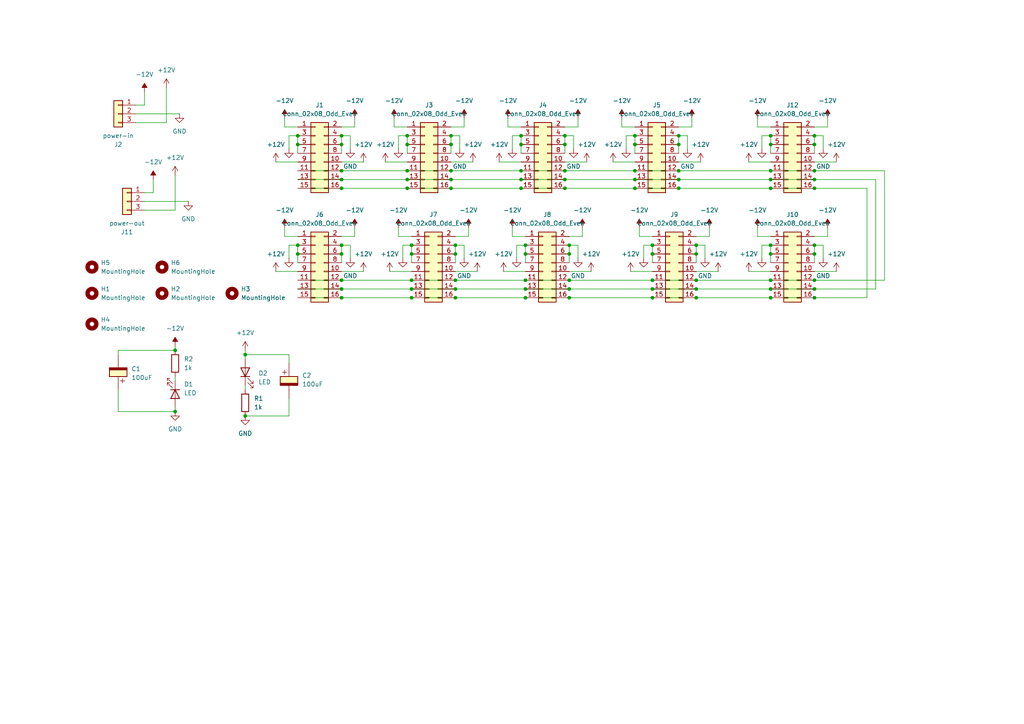
<source format=kicad_sch>
(kicad_sch (version 20230121) (generator eeschema)
  (paper "A4")
  (lib_symbols
    (symbol "Connector_Generic:Conn_01x03" (pin_names (offset 1.016) hide)
      (property "Reference" "J" (at 0 5.08 0))
      (property "Value" "Conn_01x03" (at 0 -5.08 0))
      (symbol "Conn_01x03_1_1"
        (rectangle (start -1.27 -2.413) (end 0 -2.667) (stroke (width 0.1524)))
        (rectangle (start -1.27 0.127) (end 0 -0.127) (stroke (width 0.1524)))
        (rectangle (start -1.27 2.667) (end 0 2.413) (stroke (width 0.1524)))
        (rectangle (start -1.27 3.81) (end 1.27 -3.81) (stroke (width 0.254)) (fill (type background)))
        (pin passive line (at -5.08 2.54 0) (length 3.81) (name "Pin_1") (number "1"))
        (pin passive line (at -5.08 0 0) (length 3.81) (name "Pin_2") (number "2"))
        (pin passive line (at -5.08 -2.54 0) (length 3.81) (name "Pin_3") (number "3"))
      )
    )
    (symbol "Connector_Generic:Conn_02x08_Odd_Even" (pin_names (offset 1.016) hide)
      (property "Reference" "J" (at 1.27 10.16 0))
      (property "Value" "Conn_02x08_Odd_Even" (at 1.27 -12.7 0))
      (symbol "Conn_02x08_Odd_Even_1_1"
        (rectangle (start -1.27 -10.033) (end 0 -10.287) (stroke (width 0.1524)))
        (rectangle (start -1.27 -7.493) (end 0 -7.747) (stroke (width 0.1524)))
        (rectangle (start -1.27 -4.953) (end 0 -5.207) (stroke (width 0.1524)))
        (rectangle (start -1.27 -2.413) (end 0 -2.667) (stroke (width 0.1524)))
        (rectangle (start -1.27 0.127) (end 0 -0.127) (stroke (width 0.1524)))
        (rectangle (start -1.27 2.667) (end 0 2.413) (stroke (width 0.1524)))
        (rectangle (start -1.27 5.207) (end 0 4.953) (stroke (width 0.1524)))
        (rectangle (start -1.27 7.747) (end 0 7.493) (stroke (width 0.1524)))
        (rectangle (start -1.27 8.89) (end 3.81 -11.43) (stroke (width 0.254)) (fill (type background)))
        (rectangle (start 3.81 -10.033) (end 2.54 -10.287) (stroke (width 0.1524)))
        (rectangle (start 3.81 -7.493) (end 2.54 -7.747) (stroke (width 0.1524)))
        (rectangle (start 3.81 -4.953) (end 2.54 -5.207) (stroke (width 0.1524)))
        (rectangle (start 3.81 -2.413) (end 2.54 -2.667) (stroke (width 0.1524)))
        (rectangle (start 3.81 0.127) (end 2.54 -0.127) (stroke (width 0.1524)))
        (rectangle (start 3.81 2.667) (end 2.54 2.413) (stroke (width 0.1524)))
        (rectangle (start 3.81 5.207) (end 2.54 4.953) (stroke (width 0.1524)))
        (rectangle (start 3.81 7.747) (end 2.54 7.493) (stroke (width 0.1524)))
        (pin passive line (at -5.08 7.62 0) (length 3.81) (name "Pin_1") (number "1"))
        (pin passive line (at 7.62 -2.54 180) (length 3.81) (name "Pin_10") (number "10"))
        (pin passive line (at -5.08 -5.08 0) (length 3.81) (name "Pin_11") (number "11"))
        (pin passive line (at 7.62 -5.08 180) (length 3.81) (name "Pin_12") (number "12"))
        (pin passive line (at -5.08 -7.62 0) (length 3.81) (name "Pin_13") (number "13"))
        (pin passive line (at 7.62 -7.62 180) (length 3.81) (name "Pin_14") (number "14"))
        (pin passive line (at -5.08 -10.16 0) (length 3.81) (name "Pin_15") (number "15"))
        (pin passive line (at 7.62 -10.16 180) (length 3.81) (name "Pin_16") (number "16"))
        (pin passive line (at 7.62 7.62 180) (length 3.81) (name "Pin_2") (number "2"))
        (pin passive line (at -5.08 5.08 0) (length 3.81) (name "Pin_3") (number "3"))
        (pin passive line (at 7.62 5.08 180) (length 3.81) (name "Pin_4") (number "4"))
        (pin passive line (at -5.08 2.54 0) (length 3.81) (name "Pin_5") (number "5"))
        (pin passive line (at 7.62 2.54 180) (length 3.81) (name "Pin_6") (number "6"))
        (pin passive line (at -5.08 0 0) (length 3.81) (name "Pin_7") (number "7"))
        (pin passive line (at 7.62 0 180) (length 3.81) (name "Pin_8") (number "8"))
        (pin passive line (at -5.08 -2.54 0) (length 3.81) (name "Pin_9") (number "9"))
      )
    )
    (symbol "Device:LED" (pin_numbers hide) (pin_names (offset 1.016) hide)
      (property "Reference" "D" (at 0 2.54 0))
      (property "Value" "LED" (at 0 -2.54 0))
      (symbol "LED_0_1"
        (polyline (pts (xy -1.27 -1.27) (xy -1.27 1.27)) (stroke (width 0.254)))
        (polyline (pts (xy -1.27 0) (xy 1.27 0)))
        (polyline (pts (xy 1.27 -1.27) (xy 1.27 1.27) (xy -1.27 0) (xy 1.27 -1.27)) (stroke (width 0.254)))
        (polyline (pts (xy -3.048 -0.762) (xy -4.572 -2.286) (xy -3.81 -2.286) (xy -4.572 -2.286) (xy -4.572 -1.524)))
        (polyline (pts (xy -1.778 -0.762) (xy -3.302 -2.286) (xy -2.54 -2.286) (xy -3.302 -2.286) (xy -3.302 -1.524)))
      )
      (symbol "LED_1_1"
        (pin passive line (at -3.81 0 0) (length 2.54) (name "K") (number "1"))
        (pin passive line (at 3.81 0 180) (length 2.54) (name "A") (number "2"))
      )
    )
    (symbol "Device:R" (pin_numbers hide) (pin_names (offset 0))
      (property "Reference" "R" (at 2.032 0 90))
      (property "Value" "R" (at 0 0 90))
      (symbol "R_0_1"
        (rectangle (start -1.016 -2.54) (end 1.016 2.54) (stroke (width 0.254)))
      )
      (symbol "R_1_1"
        (pin passive line (at 0 3.81 270) (length 1.27) (name "~") (number "1"))
        (pin passive line (at 0 -3.81 90) (length 1.27) (name "~") (number "2"))
      )
    )
    (symbol "Mechanical:MountingHole" (pin_names (offset 1.016))
      (property "Reference" "H" (at 0 5.08 0))
      (property "Value" "MountingHole" (at 0 3.175 0))
      (symbol "MountingHole_0_1"
        (circle (center 0 0) (radius 1.27) (stroke (width 1.27)))
      )
    )
    (symbol "fab:CP_Elec_D6.3mm_H6.1mm" (pin_numbers hide)
      (property "Reference" "C" (at 1.27 2.54 0))
      (property "Value" "CP_Elec_D6.3mm_H6.1mm" (at 1.27 -2.54 0))
      (symbol "CP_Elec_D6.3mm_H6.1mm_0_1"
        (rectangle (start -2.54 -0.635) (end 2.54 -1.27) (fill (type outline)))
        (polyline (pts (xy -1.27 1.905) (xy -1.27 3.175)))
        (polyline (pts (xy -0.635 2.54) (xy -1.905 2.54)))
        (polyline (pts (xy 0 -1.27) (xy 0 -2.54)))
        (polyline (pts (xy 0 2.54) (xy 0 1.27)))
        (polyline (pts (xy -2.54 -1.27) (xy -2.54 1.27) (xy 2.54 1.27) (xy 2.54 -1.27) (xy -2.54 -1.27)) (stroke (width 0.254)) (fill (type background)))
      )
      (symbol "CP_Elec_D6.3mm_H6.1mm_1_1"
        (pin passive line (at 0 5.08 270) (length 2.54) (name "~") (number "1"))
        (pin passive line (at 0 -5.08 90) (length 2.54) (name "~") (number "2"))
      )
    )
    (symbol "power:+12V" (power) (pin_names (offset 0))
      (property "Value" "+12V" (at 0 3.556 0))
      (symbol "+12V_0_1"
        (polyline (pts (xy -0.762 1.27) (xy 0 2.54)))
        (polyline (pts (xy 0 0) (xy 0 2.54)))
        (polyline (pts (xy 0 2.54) (xy 0.762 1.27)))
      )
      (symbol "+12V_1_1"
        (pin power_in line (at 0 0 90) (length 0) hide (name "+12V") (number "1"))
      )
    )
    (symbol "power:-12V" (power) (pin_names (offset 0))
      (property "Value" "-12V" (at 0 3.81 0))
      (symbol "-12V_0_0"
        (pin power_in line (at 0 0 90) (length 0) hide (name "-12V") (number "1"))
      )
      (symbol "-12V_0_1"
        (polyline (pts (xy 0 0) (xy 0 1.27) (xy 0.762 1.27) (xy 0 2.54) (xy -0.762 1.27) (xy 0 1.27)) (fill (type outline)))
      )
    )
    (symbol "power:GND" (power) (pin_names (offset 0))
      (property "Value" "GND" (at 0 -3.81 0))
      (symbol "GND_0_1"
        (polyline (pts (xy 0 0) (xy 0 -1.27) (xy 1.27 -1.27) (xy 0 -2.54) (xy -1.27 -1.27) (xy 0 -1.27)))
      )
      (symbol "GND_1_1"
        (pin power_in line (at 0 0 270) (length 0) hide (name "GND") (number "1"))
      )
    )
  )
  (junction (at 223.52 39.37))
  (junction (at 189.23 86.36))
  (junction (at 163.83 52.07))
  (junction (at 165.1 86.36))
  (junction (at 165.1 71.12))
  (junction (at 184.15 39.37))
  (junction (at 151.13 54.61))
  (junction (at 152.4 86.36))
  (junction (at 163.83 49.53))
  (junction (at 132.08 83.82))
  (junction (at 119.38 73.66))
  (junction (at 86.36 71.12))
  (junction (at 165.1 81.28))
  (junction (at 184.15 52.07))
  (junction (at 152.4 83.82))
  (junction (at 99.06 86.36))
  (junction (at 223.52 71.12))
  (junction (at 119.38 83.82))
  (junction (at 99.06 54.61))
  (junction (at 132.08 71.12))
  (junction (at 119.38 81.28))
  (junction (at 152.4 71.12))
  (junction (at 86.36 41.91))
  (junction (at 184.15 41.91))
  (junction (at 119.38 71.12))
  (junction (at 99.06 81.28))
  (junction (at 189.23 83.82))
  (junction (at 99.06 52.07))
  (junction (at 223.52 41.91))
  (junction (at 130.81 49.53))
  (junction (at 130.81 41.91))
  (junction (at 196.85 54.61))
  (junction (at 152.4 81.28))
  (junction (at 223.52 81.28))
  (junction (at 236.22 52.07))
  (junction (at 71.12 120.65))
  (junction (at 201.93 83.82))
  (junction (at 99.06 39.37))
  (junction (at 236.22 73.66))
  (junction (at 50.8 119.38))
  (junction (at 99.06 49.53))
  (junction (at 118.11 39.37))
  (junction (at 118.11 52.07))
  (junction (at 223.52 73.66))
  (junction (at 223.52 52.07))
  (junction (at 152.4 73.66))
  (junction (at 236.22 71.12))
  (junction (at 86.36 73.66))
  (junction (at 165.1 83.82))
  (junction (at 132.08 81.28))
  (junction (at 201.93 71.12))
  (junction (at 163.83 54.61))
  (junction (at 163.83 41.91))
  (junction (at 184.15 49.53))
  (junction (at 132.08 86.36))
  (junction (at 196.85 52.07))
  (junction (at 189.23 81.28))
  (junction (at 151.13 41.91))
  (junction (at 71.12 102.87))
  (junction (at 99.06 71.12))
  (junction (at 189.23 73.66))
  (junction (at 130.81 39.37))
  (junction (at 201.93 81.28))
  (junction (at 223.52 54.61))
  (junction (at 151.13 49.53))
  (junction (at 50.8 101.6))
  (junction (at 236.22 39.37))
  (junction (at 196.85 41.91))
  (junction (at 132.08 73.66))
  (junction (at 99.06 83.82))
  (junction (at 236.22 81.28))
  (junction (at 236.22 49.53))
  (junction (at 236.22 54.61))
  (junction (at 184.15 54.61))
  (junction (at 223.52 86.36))
  (junction (at 196.85 39.37))
  (junction (at 223.52 49.53))
  (junction (at 99.06 41.91))
  (junction (at 130.81 54.61))
  (junction (at 86.36 39.37))
  (junction (at 99.06 73.66))
  (junction (at 236.22 41.91))
  (junction (at 151.13 39.37))
  (junction (at 151.13 52.07))
  (junction (at 118.11 49.53))
  (junction (at 201.93 86.36))
  (junction (at 165.1 73.66))
  (junction (at 201.93 73.66))
  (junction (at 118.11 41.91))
  (junction (at 236.22 86.36))
  (junction (at 189.23 71.12))
  (junction (at 223.52 83.82))
  (junction (at 163.83 39.37))
  (junction (at 236.22 83.82))
  (junction (at 130.81 52.07))
  (junction (at 119.38 86.36))
  (junction (at 118.11 54.61))
  (junction (at 196.85 49.53))
  (wire (pts (xy 238.76 39.37) (xy 236.22 39.37)))
  (wire (pts (xy 238.76 39.37) (xy 238.76 43.18)))
  (wire (pts (xy 148.59 68.58) (xy 152.4 68.58)))
  (wire (pts (xy 41.91 60.96) (xy 50.8 60.96)))
  (wire (pts (xy 86.36 39.37) (xy 83.82 39.37)))
  (wire (pts (xy 130.81 52.07) (xy 151.13 52.07)))
  (wire (pts (xy 99.06 73.66) (xy 99.06 76.2)))
  (wire (pts (xy 165.1 73.66) (xy 165.1 76.2)))
  (wire (pts (xy 163.83 36.83) (xy 167.64 36.83)))
  (wire (pts (xy 152.4 83.82) (xy 165.1 83.82)))
  (wire (pts (xy 204.47 71.12) (xy 201.93 71.12)))
  (wire (pts (xy 39.37 33.02) (xy 52.07 33.02)))
  (wire (pts (xy 196.85 46.99) (xy 203.2 46.99)))
  (wire (pts (xy 132.08 81.28) (xy 152.4 81.28)))
  (wire (pts (xy 50.8 50.8) (xy 50.8 60.96)))
  (wire (pts (xy 44.45 52.07) (xy 44.45 55.88)))
  (wire (pts (xy 184.15 41.91) (xy 184.15 44.45)))
  (wire (pts (xy 48.26 25.4) (xy 48.26 35.56)))
  (wire (pts (xy 130.81 39.37) (xy 130.81 41.91)))
  (wire (pts (xy 189.23 71.12) (xy 189.23 73.66)))
  (wire (pts (xy 86.36 71.12) (xy 83.82 71.12)))
  (wire (pts (xy 34.29 102.87) (xy 34.29 101.6)))
  (wire (pts (xy 201.93 81.28) (xy 223.52 81.28)))
  (wire (pts (xy 71.12 101.6) (xy 71.12 102.87)))
  (wire (pts (xy 119.38 86.36) (xy 132.08 86.36)))
  (wire (pts (xy 201.93 68.58) (xy 205.74 68.58)))
  (wire (pts (xy 189.23 73.66) (xy 189.23 76.2)))
  (wire (pts (xy 189.23 71.12) (xy 186.69 71.12)))
  (wire (pts (xy 132.08 78.74) (xy 138.43 78.74)))
  (wire (pts (xy 184.15 39.37) (xy 181.61 39.37)))
  (wire (pts (xy 167.64 71.12) (xy 167.64 74.93)))
  (wire (pts (xy 167.64 36.83) (xy 167.64 34.29)))
  (wire (pts (xy 223.52 71.12) (xy 223.52 73.66)))
  (wire (pts (xy 196.85 54.61) (xy 223.52 54.61)))
  (wire (pts (xy 217.17 46.99) (xy 223.52 46.99)))
  (wire (pts (xy 201.93 86.36) (xy 223.52 86.36)))
  (wire (pts (xy 151.13 52.07) (xy 163.83 52.07)))
  (wire (pts (xy 99.06 46.99) (xy 105.41 46.99)))
  (wire (pts (xy 83.82 102.87) (xy 71.12 102.87)))
  (wire (pts (xy 236.22 46.99) (xy 242.57 46.99)))
  (wire (pts (xy 39.37 30.48) (xy 41.91 30.48)))
  (wire (pts (xy 83.82 39.37) (xy 83.82 43.18)))
  (wire (pts (xy 196.85 49.53) (xy 223.52 49.53)))
  (wire (pts (xy 219.71 66.04) (xy 219.71 68.58)))
  (wire (pts (xy 71.12 102.87) (xy 71.12 104.14)))
  (wire (pts (xy 99.06 78.74) (xy 105.41 78.74)))
  (wire (pts (xy 130.81 46.99) (xy 137.16 46.99)))
  (wire (pts (xy 152.4 86.36) (xy 165.1 86.36)))
  (wire (pts (xy 130.81 49.53) (xy 151.13 49.53)))
  (wire (pts (xy 166.37 39.37) (xy 163.83 39.37)))
  (wire (pts (xy 118.11 41.91) (xy 118.11 44.45)))
  (wire (pts (xy 163.83 52.07) (xy 184.15 52.07)))
  (wire (pts (xy 50.8 118.11) (xy 50.8 119.38)))
  (wire (pts (xy 86.36 73.66) (xy 86.36 76.2)))
  (wire (pts (xy 86.36 54.61) (xy 99.06 54.61)))
  (wire (pts (xy 83.82 105.41) (xy 83.82 102.87)))
  (wire (pts (xy 165.1 78.74) (xy 171.45 78.74)))
  (wire (pts (xy 201.93 71.12) (xy 201.93 73.66)))
  (wire (pts (xy 251.46 54.61) (xy 251.46 86.36)))
  (wire (pts (xy 132.08 73.66) (xy 132.08 76.2)))
  (wire (pts (xy 182.88 78.74) (xy 189.23 78.74)))
  (wire (pts (xy 256.54 81.28) (xy 236.22 81.28)))
  (wire (pts (xy 256.54 49.53) (xy 256.54 81.28)))
  (wire (pts (xy 99.06 86.36) (xy 119.38 86.36)))
  (wire (pts (xy 165.1 71.12) (xy 165.1 73.66)))
  (wire (pts (xy 223.52 86.36) (xy 236.22 86.36)))
  (wire (pts (xy 115.57 66.04) (xy 115.57 68.58)))
  (wire (pts (xy 223.52 73.66) (xy 223.52 76.2)))
  (wire (pts (xy 223.52 39.37) (xy 223.52 41.91)))
  (wire (pts (xy 236.22 39.37) (xy 236.22 41.91)))
  (wire (pts (xy 236.22 41.91) (xy 236.22 44.45)))
  (wire (pts (xy 83.82 120.65) (xy 83.82 115.57)))
  (wire (pts (xy 86.36 83.82) (xy 99.06 83.82)))
  (wire (pts (xy 220.98 71.12) (xy 220.98 74.93)))
  (wire (pts (xy 168.91 68.58) (xy 168.91 66.04)))
  (wire (pts (xy 220.98 39.37) (xy 220.98 43.18)))
  (wire (pts (xy 102.87 36.83) (xy 102.87 34.29)))
  (wire (pts (xy 132.08 71.12) (xy 132.08 73.66)))
  (wire (pts (xy 39.37 35.56) (xy 48.26 35.56)))
  (wire (pts (xy 149.86 71.12) (xy 149.86 74.93)))
  (wire (pts (xy 99.06 52.07) (xy 118.11 52.07)))
  (wire (pts (xy 201.93 83.82) (xy 223.52 83.82)))
  (wire (pts (xy 118.11 39.37) (xy 115.57 39.37)))
  (wire (pts (xy 204.47 71.12) (xy 204.47 74.93)))
  (wire (pts (xy 148.59 39.37) (xy 148.59 43.18)))
  (wire (pts (xy 115.57 39.37) (xy 115.57 43.18)))
  (wire (pts (xy 99.06 68.58) (xy 102.87 68.58)))
  (wire (pts (xy 151.13 39.37) (xy 151.13 41.91)))
  (wire (pts (xy 144.78 46.99) (xy 151.13 46.99)))
  (wire (pts (xy 113.03 78.74) (xy 119.38 78.74)))
  (wire (pts (xy 118.11 52.07) (xy 130.81 52.07)))
  (wire (pts (xy 223.52 54.61) (xy 236.22 54.61)))
  (wire (pts (xy 189.23 81.28) (xy 201.93 81.28)))
  (wire (pts (xy 201.93 78.74) (xy 208.28 78.74)))
  (wire (pts (xy 115.57 68.58) (xy 119.38 68.58)))
  (wire (pts (xy 223.52 83.82) (xy 236.22 83.82)))
  (wire (pts (xy 223.52 81.28) (xy 236.22 81.28)))
  (wire (pts (xy 50.8 100.33) (xy 50.8 101.6)))
  (wire (pts (xy 166.37 39.37) (xy 166.37 43.18)))
  (wire (pts (xy 184.15 52.07) (xy 196.85 52.07)))
  (wire (pts (xy 180.34 34.29) (xy 180.34 36.83)))
  (wire (pts (xy 151.13 54.61) (xy 163.83 54.61)))
  (wire (pts (xy 223.52 49.53) (xy 236.22 49.53)))
  (wire (pts (xy 86.36 86.36) (xy 99.06 86.36)))
  (wire (pts (xy 196.85 36.83) (xy 200.66 36.83)))
  (wire (pts (xy 219.71 34.29) (xy 219.71 36.83)))
  (wire (pts (xy 240.03 36.83) (xy 240.03 34.29)))
  (wire (pts (xy 240.03 68.58) (xy 240.03 66.04)))
  (wire (pts (xy 163.83 46.99) (xy 170.18 46.99)))
  (wire (pts (xy 254 83.82) (xy 254 52.07)))
  (wire (pts (xy 101.6 39.37) (xy 101.6 43.18)))
  (wire (pts (xy 236.22 54.61) (xy 251.46 54.61)))
  (wire (pts (xy 116.84 71.12) (xy 116.84 74.93)))
  (wire (pts (xy 102.87 68.58) (xy 102.87 66.04)))
  (wire (pts (xy 236.22 68.58) (xy 240.03 68.58)))
  (wire (pts (xy 151.13 49.53) (xy 163.83 49.53)))
  (wire (pts (xy 223.52 52.07) (xy 236.22 52.07)))
  (wire (pts (xy 114.3 36.83) (xy 118.11 36.83)))
  (wire (pts (xy 80.01 78.74) (xy 86.36 78.74)))
  (wire (pts (xy 119.38 73.66) (xy 119.38 76.2)))
  (wire (pts (xy 34.29 113.03) (xy 34.29 119.38)))
  (wire (pts (xy 185.42 66.04) (xy 185.42 68.58)))
  (wire (pts (xy 111.76 46.99) (xy 118.11 46.99)))
  (wire (pts (xy 82.55 68.58) (xy 86.36 68.58)))
  (wire (pts (xy 119.38 71.12) (xy 116.84 71.12)))
  (wire (pts (xy 41.91 26.67) (xy 41.91 30.48)))
  (wire (pts (xy 132.08 86.36) (xy 152.4 86.36)))
  (wire (pts (xy 82.55 66.04) (xy 82.55 68.58)))
  (wire (pts (xy 119.38 71.12) (xy 119.38 73.66)))
  (wire (pts (xy 132.08 83.82) (xy 152.4 83.82)))
  (wire (pts (xy 71.12 120.65) (xy 83.82 120.65)))
  (wire (pts (xy 86.36 41.91) (xy 86.36 44.45)))
  (wire (pts (xy 80.01 46.99) (xy 86.36 46.99)))
  (wire (pts (xy 236.22 78.74) (xy 242.57 78.74)))
  (wire (pts (xy 238.76 71.12) (xy 236.22 71.12)))
  (wire (pts (xy 34.29 101.6) (xy 50.8 101.6)))
  (wire (pts (xy 86.36 49.53) (xy 99.06 49.53)))
  (wire (pts (xy 82.55 34.29) (xy 82.55 36.83)))
  (wire (pts (xy 223.52 39.37) (xy 220.98 39.37)))
  (wire (pts (xy 236.22 52.07) (xy 254 52.07)))
  (wire (pts (xy 71.12 111.76) (xy 71.12 113.03)))
  (wire (pts (xy 99.06 54.61) (xy 118.11 54.61)))
  (wire (pts (xy 236.22 71.12) (xy 236.22 73.66)))
  (wire (pts (xy 186.69 71.12) (xy 186.69 74.93)))
  (wire (pts (xy 163.83 41.91) (xy 163.83 44.45)))
  (wire (pts (xy 189.23 86.36) (xy 201.93 86.36)))
  (wire (pts (xy 196.85 52.07) (xy 223.52 52.07)))
  (wire (pts (xy 165.1 86.36) (xy 189.23 86.36)))
  (wire (pts (xy 101.6 39.37) (xy 99.06 39.37)))
  (wire (pts (xy 99.06 41.91) (xy 99.06 44.45)))
  (wire (pts (xy 219.71 68.58) (xy 223.52 68.58)))
  (wire (pts (xy 99.06 36.83) (xy 102.87 36.83)))
  (wire (pts (xy 223.52 71.12) (xy 220.98 71.12)))
  (wire (pts (xy 148.59 66.04) (xy 148.59 68.58)))
  (wire (pts (xy 86.36 39.37) (xy 86.36 41.91)))
  (wire (pts (xy 167.64 71.12) (xy 165.1 71.12)))
  (wire (pts (xy 119.38 83.82) (xy 132.08 83.82)))
  (wire (pts (xy 147.32 36.83) (xy 151.13 36.83)))
  (wire (pts (xy 152.4 73.66) (xy 152.4 76.2)))
  (wire (pts (xy 163.83 54.61) (xy 184.15 54.61)))
  (wire (pts (xy 152.4 71.12) (xy 152.4 73.66)))
  (wire (pts (xy 86.36 81.28) (xy 99.06 81.28)))
  (wire (pts (xy 177.8 46.99) (xy 184.15 46.99)))
  (wire (pts (xy 133.35 39.37) (xy 130.81 39.37)))
  (wire (pts (xy 236.22 86.36) (xy 251.46 86.36)))
  (wire (pts (xy 41.91 58.42) (xy 54.61 58.42)))
  (wire (pts (xy 152.4 81.28) (xy 165.1 81.28)))
  (wire (pts (xy 134.62 71.12) (xy 134.62 74.93)))
  (wire (pts (xy 118.11 54.61) (xy 130.81 54.61)))
  (wire (pts (xy 132.08 68.58) (xy 135.89 68.58)))
  (wire (pts (xy 165.1 81.28) (xy 189.23 81.28)))
  (wire (pts (xy 118.11 39.37) (xy 118.11 41.91)))
  (wire (pts (xy 180.34 36.83) (xy 184.15 36.83)))
  (wire (pts (xy 130.81 54.61) (xy 151.13 54.61)))
  (wire (pts (xy 238.76 71.12) (xy 238.76 74.93)))
  (wire (pts (xy 217.17 78.74) (xy 223.52 78.74)))
  (wire (pts (xy 236.22 73.66) (xy 236.22 76.2)))
  (wire (pts (xy 99.06 39.37) (xy 99.06 41.91)))
  (wire (pts (xy 130.81 41.91) (xy 130.81 44.45)))
  (wire (pts (xy 50.8 109.22) (xy 50.8 110.49)))
  (wire (pts (xy 99.06 83.82) (xy 119.38 83.82)))
  (wire (pts (xy 86.36 71.12) (xy 86.36 73.66)))
  (wire (pts (xy 82.55 36.83) (xy 86.36 36.83)))
  (wire (pts (xy 135.89 68.58) (xy 135.89 66.04)))
  (wire (pts (xy 146.05 78.74) (xy 152.4 78.74)))
  (wire (pts (xy 34.29 119.38) (xy 50.8 119.38)))
  (wire (pts (xy 184.15 54.61) (xy 196.85 54.61)))
  (wire (pts (xy 83.82 71.12) (xy 83.82 74.93)))
  (wire (pts (xy 134.62 36.83) (xy 134.62 34.29)))
  (wire (pts (xy 181.61 39.37) (xy 181.61 43.18)))
  (wire (pts (xy 199.39 39.37) (xy 199.39 43.18)))
  (wire (pts (xy 101.6 71.12) (xy 101.6 74.93)))
  (wire (pts (xy 223.52 41.91) (xy 223.52 44.45)))
  (wire (pts (xy 134.62 71.12) (xy 132.08 71.12)))
  (wire (pts (xy 147.32 34.29) (xy 147.32 36.83)))
  (wire (pts (xy 219.71 36.83) (xy 223.52 36.83)))
  (wire (pts (xy 165.1 83.82) (xy 189.23 83.82)))
  (wire (pts (xy 201.93 73.66) (xy 201.93 76.2)))
  (wire (pts (xy 101.6 71.12) (xy 99.06 71.12)))
  (wire (pts (xy 41.91 55.88) (xy 44.45 55.88)))
  (wire (pts (xy 184.15 39.37) (xy 184.15 41.91)))
  (wire (pts (xy 118.11 49.53) (xy 130.81 49.53)))
  (wire (pts (xy 185.42 68.58) (xy 189.23 68.58)))
  (wire (pts (xy 163.83 39.37) (xy 163.83 41.91)))
  (wire (pts (xy 189.23 83.82) (xy 201.93 83.82)))
  (wire (pts (xy 200.66 36.83) (xy 200.66 34.29)))
  (wire (pts (xy 99.06 81.28) (xy 119.38 81.28)))
  (wire (pts (xy 119.38 81.28) (xy 132.08 81.28)))
  (wire (pts (xy 151.13 41.91) (xy 151.13 44.45)))
  (wire (pts (xy 184.15 49.53) (xy 196.85 49.53)))
  (wire (pts (xy 199.39 39.37) (xy 196.85 39.37)))
  (wire (pts (xy 151.13 39.37) (xy 148.59 39.37)))
  (wire (pts (xy 165.1 68.58) (xy 168.91 68.58)))
  (wire (pts (xy 99.06 71.12) (xy 99.06 73.66)))
  (wire (pts (xy 236.22 36.83) (xy 240.03 36.83)))
  (wire (pts (xy 205.74 68.58) (xy 205.74 66.04)))
  (wire (pts (xy 130.81 36.83) (xy 134.62 36.83)))
  (wire (pts (xy 163.83 49.53) (xy 184.15 49.53)))
  (wire (pts (xy 196.85 41.91) (xy 196.85 44.45)))
  (wire (pts (xy 114.3 34.29) (xy 114.3 36.83)))
  (wire (pts (xy 236.22 49.53) (xy 256.54 49.53)))
  (wire (pts (xy 133.35 39.37) (xy 133.35 43.18)))
  (wire (pts (xy 86.36 52.07) (xy 99.06 52.07)))
  (wire (pts (xy 99.06 49.53) (xy 118.11 49.53)))
  (wire (pts (xy 236.22 83.82) (xy 254 83.82)))
  (wire (pts (xy 196.85 39.37) (xy 196.85 41.91)))
  (wire (pts (xy 152.4 71.12) (xy 149.86 71.12)))
  (symbol (lib_id "power:GND") (at 181.61 43.18 0) (unit 1)
    (property "Reference" "#PWR034" (effects hide))
    (property "Value" "GND" (effects hide))
  )
  (symbol (lib_id "power:-12V") (at 148.59 66.04 0) (unit 1)
    (property "Reference" "#PWR051" (effects hide))
    (property "Value" "-12V" (at 148.59 60.96 0))
  )
  (symbol (lib_id "power:+12V") (at 217.17 78.74 0) (unit 1)
    (property "Reference" "#PWR062" (effects hide))
    (property "Value" "+12V" (at 217.17 73.66 0))
  )
  (symbol (lib_id "power:GND") (at 116.84 74.93 0) (unit 1)
    (property "Reference" "#PWR046" (effects hide))
    (property "Value" "GND" (effects hide))
  )
  (symbol (lib_id "Connector_Generic:Conn_02x08_Odd_Even") (at 123.19 44.45 0) (unit 1)
    (property "Reference" "J3" (at 124.46 30.48 0))
    (property "Value" "Conn_02x08_Odd_Even" (at 124.46 33.02 0))
    (property "Footprint" "Connector_IDC:IDC-Header_2x08_P2.54mm_Vertical" (effects hide))
  )
  (symbol (lib_id "power:GND") (at 133.35 43.18 0) (unit 1)
    (property "Reference" "#PWR017" (effects hide))
    (property "Value" "GND" (at 133.35 48.26 0))
  )
  (symbol (lib_id "power:-12V") (at 41.91 26.67 0) (unit 1)
    (property "Reference" "#PWR012" (effects hide))
    (property "Value" "-12V" (at 41.91 21.59 0))
  )
  (symbol (lib_id "power:-12V") (at 50.8 100.33 0) (unit 1)
    (property "Reference" "#PWR07" (effects hide))
    (property "Value" "-12V" (at 50.8 95.25 0))
  )
  (symbol (lib_id "power:+12V") (at 105.41 46.99 0) (unit 1)
    (property "Reference" "#PWR011" (effects hide))
    (property "Value" "+12V" (at 105.41 41.91 0))
  )
  (symbol (lib_id "power:-12V") (at 168.91 66.04 0) (unit 1)
    (property "Reference" "#PWR054" (effects hide))
    (property "Value" "-12V" (at 168.91 60.96 0))
  )
  (symbol (lib_id "fab:CP_Elec_D6.3mm_H6.1mm") (at 34.29 107.95 180) (unit 1)
    (property "Reference" "C1" (at 38.1 106.9975 0) (effects (justify right)))
    (property "Value" "100uF" (at 38.1 109.5375 0) (effects (justify right)))
    (property "Footprint" "Capacitor_THT:CP_Radial_D6.3mm_P2.50mm" (effects hide))
    (property "Datasheet" "https://api.pim.na.industrial.panasonic.com/file_stream/main/fileversion/19782" (effects hide))
  )
  (symbol (lib_id "Device:R") (at 50.8 105.41 180) (unit 1)
    (property "Reference" "R2" (at 53.34 104.14 0) (effects (justify right)))
    (property "Value" "1k" (at 53.34 106.68 0) (effects (justify right)))
    (property "Footprint" "Resistor_THT:R_Axial_DIN0207_L6.3mm_D2.5mm_P7.62mm_Horizontal" (effects hide))
  )
  (symbol (lib_id "power:-12V") (at 200.66 34.29 0) (unit 1)
    (property "Reference" "#PWR036" (effects hide))
    (property "Value" "-12V" (at 200.66 29.21 0))
  )
  (symbol (lib_id "Mechanical:MountingHole") (at 26.67 77.47 0) (unit 1)
    (property "Reference" "H5" (at 29.21 76.2 0) (effects (justify left)))
    (property "Value" "MountingHole" (at 29.21 78.74 0) (effects (justify left)))
    (property "Footprint" "MountingHole:MountingHole_3.2mm_M3" (effects hide))
  )
  (symbol (lib_id "power:GND") (at 54.61 58.42 0) (unit 1)
    (property "Reference" "#PWR070" (effects hide))
    (property "Value" "GND" (at 54.61 63.5 0))
  )
  (symbol (lib_id "Connector_Generic:Conn_02x08_Odd_Even") (at 194.31 76.2 0) (unit 1)
    (property "Reference" "J9" (at 195.58 62.23 0))
    (property "Value" "Conn_02x08_Odd_Even" (at 195.58 64.77 0))
    (property "Footprint" "Connector_IDC:IDC-Header_2x08_P2.54mm_Vertical" (effects hide))
  )
  (symbol (lib_id "Connector_Generic:Conn_01x03") (at 34.29 33.02 0) (mirror y) (unit 1)
    (property "Reference" "J2" (at 34.29 41.91 0))
    (property "Value" "power-in" (at 34.29 39.37 0))
    (property "Footprint" "Connector_Molex:Molex_KK-396_5273-03A_1x03_P3.96mm_Vertical" (effects hide))
  )
  (symbol (lib_id "Connector_Generic:Conn_02x08_Odd_Even") (at 91.44 44.45 0) (unit 1)
    (property "Reference" "J1" (at 92.71 30.48 0))
    (property "Value" "Conn_02x08_Odd_Even" (at 92.71 33.02 0))
    (property "Footprint" "Connector_IDC:IDC-Header_2x08_P2.54mm_Vertical" (effects hide))
  )
  (symbol (lib_id "power:GND") (at 166.37 43.18 0) (unit 1)
    (property "Reference" "#PWR023" (effects hide))
    (property "Value" "GND" (at 166.37 48.26 0))
  )
  (symbol (lib_id "Device:R") (at 71.12 116.84 180) (unit 1)
    (property "Reference" "R1" (at 73.66 115.57 0) (effects (justify right)))
    (property "Value" "1k" (at 73.66 118.11 0) (effects (justify right)))
    (property "Footprint" "Resistor_THT:R_Axial_DIN0207_L6.3mm_D2.5mm_P7.62mm_Horizontal" (effects hide))
  )
  (symbol (lib_id "power:GND") (at 238.76 74.93 0) (unit 1)
    (property "Reference" "#PWR065" (effects hide))
    (property "Value" "GND" (at 238.76 80.01 0))
  )
  (symbol (lib_id "power:+12V") (at 182.88 78.74 0) (unit 1)
    (property "Reference" "#PWR056" (effects hide))
    (property "Value" "+12V" (at 182.88 73.66 0))
  )
  (symbol (lib_id "power:+12V") (at 105.41 78.74 0) (unit 1)
    (property "Reference" "#PWR043" (effects hide))
    (property "Value" "+12V" (at 105.41 73.66 0))
  )
  (symbol (lib_id "power:GND") (at 134.62 74.93 0) (unit 1)
    (property "Reference" "#PWR047" (effects hide))
    (property "Value" "GND" (at 134.62 80.01 0))
  )
  (symbol (lib_id "power:GND") (at 83.82 74.93 0) (unit 1)
    (property "Reference" "#PWR040" (effects hide))
    (property "Value" "GND" (effects hide))
  )
  (symbol (lib_id "fab:CP_Elec_D6.3mm_H6.1mm") (at 83.82 110.49 0) (unit 1)
    (property "Reference" "C2" (at 87.63 108.9025 0) (effects (justify left)))
    (property "Value" "100uF" (at 87.63 111.4425 0) (effects (justify left)))
    (property "Footprint" "Capacitor_THT:CP_Radial_D6.3mm_P2.50mm" (effects hide))
    (property "Datasheet" "https://api.pim.na.industrial.panasonic.com/file_stream/main/fileversion/19782" (effects hide))
  )
  (symbol (lib_id "power:GND") (at 199.39 43.18 0) (unit 1)
    (property "Reference" "#PWR035" (effects hide))
    (property "Value" "GND" (at 199.39 48.26 0))
  )
  (symbol (lib_id "power:-12V") (at 219.71 66.04 0) (unit 1)
    (property "Reference" "#PWR063" (effects hide))
    (property "Value" "-12V" (at 219.71 60.96 0))
  )
  (symbol (lib_id "power:-12V") (at 180.34 34.29 0) (unit 1)
    (property "Reference" "#PWR033" (effects hide))
    (property "Value" "-12V" (at 180.34 29.21 0))
  )
  (symbol (lib_id "Connector_Generic:Conn_02x08_Odd_Even") (at 189.23 44.45 0) (unit 1)
    (property "Reference" "J5" (at 190.5 30.48 0))
    (property "Value" "Conn_02x08_Odd_Even" (at 190.5 33.02 0))
    (property "Footprint" "Connector_IDC:IDC-Header_2x08_P2.54mm_Vertical" (effects hide))
  )
  (symbol (lib_id "Mechanical:MountingHole") (at 46.99 77.47 0) (unit 1)
    (property "Reference" "H6" (at 49.53 76.2 0) (effects (justify left)))
    (property "Value" "MountingHole" (at 49.53 78.74 0) (effects (justify left)))
    (property "Footprint" "MountingHole:MountingHole_3.2mm_M3" (effects hide))
  )
  (symbol (lib_id "Connector_Generic:Conn_01x03") (at 36.83 58.42 0) (mirror y) (unit 1)
    (property "Reference" "J11" (at 36.83 67.31 0))
    (property "Value" "power-out" (at 36.83 64.77 0))
    (property "Footprint" "Connector_Molex:Molex_KK-396_5273-03A_1x03_P3.96mm_Vertical" (effects hide))
  )
  (symbol (lib_id "power:GND") (at 101.6 43.18 0) (unit 1)
    (property "Reference" "#PWR09" (effects hide))
    (property "Value" "GND" (at 101.6 48.26 0))
  )
  (symbol (lib_id "power:+12V") (at 242.57 46.99 0) (unit 1)
    (property "Reference" "#PWR031" (effects hide))
    (property "Value" "+12V" (at 242.57 41.91 0))
  )
  (symbol (lib_id "Mechanical:MountingHole") (at 26.67 85.09 0) (unit 1)
    (property "Reference" "H1" (at 29.21 83.82 0) (effects (justify left)))
    (property "Value" "MountingHole" (at 29.21 86.36 0) (effects (justify left)))
    (property "Footprint" "MountingHole:MountingHole_3.2mm_M3" (effects hide))
  )
  (symbol (lib_id "power:-12V") (at 240.03 34.29 0) (unit 1)
    (property "Reference" "#PWR030" (effects hide))
    (property "Value" "-12V" (at 240.03 29.21 0))
  )
  (symbol (lib_id "power:GND") (at 115.57 43.18 0) (unit 1)
    (property "Reference" "#PWR016" (effects hide))
    (property "Value" "GND" (effects hide))
  )
  (symbol (lib_id "Mechanical:MountingHole") (at 46.99 85.09 0) (unit 1)
    (property "Reference" "H2" (at 49.53 83.82 0) (effects (justify left)))
    (property "Value" "MountingHole" (at 49.53 86.36 0) (effects (justify left)))
    (property "Footprint" "MountingHole:MountingHole_3.2mm_M3" (effects hide))
  )
  (symbol (lib_id "Connector_Generic:Conn_02x08_Odd_Even") (at 91.44 76.2 0) (unit 1)
    (property "Reference" "J6" (at 92.71 62.23 0))
    (property "Value" "Conn_02x08_Odd_Even" (at 92.71 64.77 0))
    (property "Footprint" "Connector_IDC:IDC-Header_2x08_P2.54mm_Vertical" (effects hide))
  )
  (symbol (lib_id "Connector_Generic:Conn_02x08_Odd_Even") (at 228.6 44.45 0) (unit 1)
    (property "Reference" "J12" (at 229.87 30.48 0))
    (property "Value" "Conn_02x08_Odd_Even" (at 229.87 33.02 0))
    (property "Footprint" "Connector_IDC:IDC-Header_2x08_P2.54mm_Vertical" (effects hide))
  )
  (symbol (lib_id "power:GND") (at 186.69 74.93 0) (unit 1)
    (property "Reference" "#PWR058" (effects hide))
    (property "Value" "GND" (effects hide))
  )
  (symbol (lib_id "power:-12V") (at 167.64 34.29 0) (unit 1)
    (property "Reference" "#PWR024" (effects hide))
    (property "Value" "-12V" (at 167.64 29.21 0))
  )
  (symbol (lib_id "power:+12V") (at 208.28 78.74 0) (unit 1)
    (property "Reference" "#PWR061" (effects hide))
    (property "Value" "+12V" (at 208.28 73.66 0))
  )
  (symbol (lib_id "power:+12V") (at 137.16 46.99 0) (unit 1)
    (property "Reference" "#PWR019" (effects hide))
    (property "Value" "+12V" (at 137.16 41.91 0))
  )
  (symbol (lib_id "power:-12V") (at 82.55 66.04 0) (unit 1)
    (property "Reference" "#PWR039" (effects hide))
    (property "Value" "-12V" (at 82.55 60.96 0))
  )
  (symbol (lib_id "power:-12V") (at 205.74 66.04 0) (unit 1)
    (property "Reference" "#PWR060" (effects hide))
    (property "Value" "-12V" (at 205.74 60.96 0))
  )
  (symbol (lib_id "power:-12V") (at 102.87 34.29 0) (unit 1)
    (property "Reference" "#PWR010" (effects hide))
    (property "Value" "-12V" (at 102.87 29.21 0))
  )
  (symbol (lib_id "power:GND") (at 238.76 43.18 0) (unit 1)
    (property "Reference" "#PWR029" (effects hide))
    (property "Value" "GND" (at 238.76 48.26 0))
  )
  (symbol (lib_id "power:-12V") (at 114.3 34.29 0) (unit 1)
    (property "Reference" "#PWR015" (effects hide))
    (property "Value" "-12V" (at 114.3 29.21 0))
  )
  (symbol (lib_id "power:-12V") (at 185.42 66.04 0) (unit 1)
    (property "Reference" "#PWR057" (effects hide))
    (property "Value" "-12V" (at 185.42 60.96 0))
  )
  (symbol (lib_id "power:+12V") (at 171.45 78.74 0) (unit 1)
    (property "Reference" "#PWR055" (effects hide))
    (property "Value" "+12V" (at 171.45 73.66 0))
  )
  (symbol (lib_id "power:-12V") (at 44.45 52.07 0) (unit 1)
    (property "Reference" "#PWR068" (effects hide))
    (property "Value" "-12V" (at 44.45 46.99 0))
  )
  (symbol (lib_id "power:+12V") (at 113.03 78.74 0) (unit 1)
    (property "Reference" "#PWR044" (effects hide))
    (property "Value" "+12V" (at 113.03 73.66 0))
  )
  (symbol (lib_id "power:GND") (at 52.07 33.02 0) (unit 1)
    (property "Reference" "#PWR01" (effects hide))
    (property "Value" "GND" (at 52.07 38.1 0))
  )
  (symbol (lib_id "power:-12V") (at 147.32 34.29 0) (unit 1)
    (property "Reference" "#PWR021" (effects hide))
    (property "Value" "-12V" (at 147.32 29.21 0))
  )
  (symbol (lib_id "power:GND") (at 167.64 74.93 0) (unit 1)
    (property "Reference" "#PWR053" (effects hide))
    (property "Value" "GND" (at 167.64 80.01 0))
  )
  (symbol (lib_id "Mechanical:MountingHole") (at 26.67 93.98 0) (unit 1)
    (property "Reference" "H4" (at 29.21 92.71 0) (effects (justify left)))
    (property "Value" "MountingHole" (at 29.21 95.25 0) (effects (justify left)))
    (property "Footprint" "MountingHole:MountingHole_3.2mm_M3" (effects hide))
  )
  (symbol (lib_id "Connector_Generic:Conn_02x08_Odd_Even") (at 157.48 76.2 0) (unit 1)
    (property "Reference" "J8" (at 158.75 62.23 0))
    (property "Value" "Conn_02x08_Odd_Even" (at 158.75 64.77 0))
    (property "Footprint" "Connector_IDC:IDC-Header_2x08_P2.54mm_Vertical" (effects hide))
  )
  (symbol (lib_id "power:+12V") (at 203.2 46.99 0) (unit 1)
    (property "Reference" "#PWR037" (effects hide))
    (property "Value" "+12V" (at 203.2 41.91 0))
  )
  (symbol (lib_id "power:-12V") (at 240.03 66.04 0) (unit 1)
    (property "Reference" "#PWR066" (effects hide))
    (property "Value" "-12V" (at 240.03 60.96 0))
  )
  (symbol (lib_id "power:+12V") (at 242.57 78.74 0) (unit 1)
    (property "Reference" "#PWR067" (effects hide))
    (property "Value" "+12V" (at 242.57 73.66 0))
  )
  (symbol (lib_id "power:-12V") (at 82.55 34.29 0) (unit 1)
    (property "Reference" "#PWR05" (effects hide))
    (property "Value" "-12V" (at 82.55 29.21 0))
  )
  (symbol (lib_id "power:GND") (at 220.98 43.18 0) (unit 1)
    (property "Reference" "#PWR028" (effects hide))
    (property "Value" "GND" (effects hide))
  )
  (symbol (lib_id "power:-12V") (at 134.62 34.29 0) (unit 1)
    (property "Reference" "#PWR018" (effects hide))
    (property "Value" "-12V" (at 134.62 29.21 0))
  )
  (symbol (lib_id "Device:LED") (at 71.12 107.95 90) (unit 1)
    (property "Reference" "D2" (at 74.93 108.2675 90) (effects (justify right)))
    (property "Value" "LED" (at 74.93 110.8075 90) (effects (justify right)))
    (property "Footprint" "LED_THT:LED_D3.0mm" (effects hide))
  )
  (symbol (lib_id "power:GND") (at 204.47 74.93 0) (unit 1)
    (property "Reference" "#PWR059" (effects hide))
    (property "Value" "GND" (at 204.47 80.01 0))
  )
  (symbol (lib_id "power:+12V") (at 177.8 46.99 0) (unit 1)
    (property "Reference" "#PWR032" (effects hide))
    (property "Value" "+12V" (at 177.8 41.91 0))
  )
  (symbol (lib_id "power:GND") (at 71.12 120.65 0) (unit 1)
    (property "Reference" "#PWR03" (effects hide))
    (property "Value" "GND" (at 71.12 125.73 0))
  )
  (symbol (lib_id "power:+12V") (at 138.43 78.74 0) (unit 1)
    (property "Reference" "#PWR049" (effects hide))
    (property "Value" "+12V" (at 138.43 73.66 0))
  )
  (symbol (lib_id "power:+12V") (at 71.12 101.6 0) (unit 1)
    (property "Reference" "#PWR06" (effects hide))
    (property "Value" "+12V" (at 71.12 96.52 0))
  )
  (symbol (lib_id "power:-12V") (at 135.89 66.04 0) (unit 1)
    (property "Reference" "#PWR048" (effects hide))
    (property "Value" "-12V" (at 135.89 60.96 0))
  )
  (symbol (lib_id "power:GND") (at 83.82 43.18 0) (unit 1)
    (property "Reference" "#PWR08" (effects hide))
    (property "Value" "GND" (effects hide))
  )
  (symbol (lib_id "power:+12V") (at 111.76 46.99 0) (unit 1)
    (property "Reference" "#PWR014" (effects hide))
    (property "Value" "+12V" (at 111.76 41.91 0))
  )
  (symbol (lib_id "power:+12V") (at 80.01 78.74 0) (unit 1)
    (property "Reference" "#PWR038" (effects hide))
    (property "Value" "+12V" (at 80.01 73.66 0))
  )
  (symbol (lib_id "Connector_Generic:Conn_02x08_Odd_Even") (at 156.21 44.45 0) (unit 1)
    (property "Reference" "J4" (at 157.48 30.48 0))
    (property "Value" "Conn_02x08_Odd_Even" (at 157.48 33.02 0))
    (property "Footprint" "Connector_IDC:IDC-Header_2x08_P2.54mm_Vertical" (effects hide))
  )
  (symbol (lib_id "power:+12V") (at 146.05 78.74 0) (unit 1)
    (property "Reference" "#PWR050" (effects hide))
    (property "Value" "+12V" (at 146.05 73.66 0))
  )
  (symbol (lib_id "power:GND") (at 220.98 74.93 0) (unit 1)
    (property "Reference" "#PWR064" (effects hide))
    (property "Value" "GND" (effects hide))
  )
  (symbol (lib_id "power:+12V") (at 144.78 46.99 0) (unit 1)
    (property "Reference" "#PWR020" (effects hide))
    (property "Value" "+12V" (at 144.78 41.91 0))
  )
  (symbol (lib_id "power:GND") (at 50.8 119.38 0) (unit 1)
    (property "Reference" "#PWR02" (effects hide))
    (property "Value" "GND" (at 50.8 124.46 0))
  )
  (symbol (lib_id "power:-12V") (at 219.71 34.29 0) (unit 1)
    (property "Reference" "#PWR027" (effects hide))
    (property "Value" "-12V" (at 219.71 29.21 0))
  )
  (symbol (lib_id "power:+12V") (at 217.17 46.99 0) (unit 1)
    (property "Reference" "#PWR026" (effects hide))
    (property "Value" "+12V" (at 217.17 41.91 0))
  )
  (symbol (lib_id "power:GND") (at 149.86 74.93 0) (unit 1)
    (property "Reference" "#PWR052" (effects hide))
    (property "Value" "GND" (effects hide))
  )
  (symbol (lib_id "power:GND") (at 148.59 43.18 0) (unit 1)
    (property "Reference" "#PWR022" (effects hide))
    (property "Value" "GND" (effects hide))
  )
  (symbol (lib_id "power:GND") (at 101.6 74.93 0) (unit 1)
    (property "Reference" "#PWR041" (effects hide))
    (property "Value" "GND" (at 101.6 80.01 0))
  )
  (symbol (lib_id "power:-12V") (at 115.57 66.04 0) (unit 1)
    (property "Reference" "#PWR045" (effects hide))
    (property "Value" "-12V" (at 115.57 60.96 0))
  )
  (symbol (lib_id "Device:LED") (at 50.8 114.3 270) (unit 1)
    (property "Reference" "D1" (at 53.34 111.4425 90) (effects (justify left)))
    (property "Value" "LED" (at 53.34 113.9825 90) (effects (justify left)))
    (property "Footprint" "LED_THT:LED_D3.0mm" (effects hide))
  )
  (symbol (lib_id "Connector_Generic:Conn_02x08_Odd_Even") (at 124.46 76.2 0) (unit 1)
    (property "Reference" "J7" (at 125.73 62.23 0))
    (property "Value" "Conn_02x08_Odd_Even" (at 125.73 64.77 0))
    (property "Footprint" "Connector_IDC:IDC-Header_2x08_P2.54mm_Vertical" (effects hide))
  )
  (symbol (lib_id "power:+12V") (at 50.8 50.8 0) (unit 1)
    (property "Reference" "#PWR069" (effects hide))
    (property "Value" "+12V" (at 50.8 45.72 0))
  )
  (symbol (lib_id "power:+12V") (at 170.18 46.99 0) (unit 1)
    (property "Reference" "#PWR025" (effects hide))
    (property "Value" "+12V" (at 170.18 41.91 0))
  )
  (symbol (lib_id "power:-12V") (at 102.87 66.04 0) (unit 1)
    (property "Reference" "#PWR042" (effects hide))
    (property "Value" "-12V" (at 102.87 60.96 0))
  )
  (symbol (lib_id "power:+12V") (at 80.01 46.99 0) (unit 1)
    (property "Reference" "#PWR04" (effects hide))
    (property "Value" "+12V" (at 80.01 41.91 0))
  )
  (symbol (lib_id "Connector_Generic:Conn_02x08_Odd_Even") (at 228.6 76.2 0) (unit 1)
    (property "Reference" "J10" (at 229.87 62.23 0))
    (property "Value" "Conn_02x08_Odd_Even" (at 229.87 64.77 0))
    (property "Footprint" "Connector_IDC:IDC-Header_2x08_P2.54mm_Vertical" (effects hide))
  )
  (symbol (lib_id "Mechanical:MountingHole") (at 67.31 85.09 0) (unit 1)
    (property "Reference" "H3" (at 69.85 83.82 0) (effects (justify left)))
    (property "Value" "MountingHole" (at 69.85 86.36 0) (effects (justify left)))
    (property "Footprint" "MountingHole:MountingHole_3.2mm_M3" (effects hide))
  )
  (symbol (lib_id "power:+12V") (at 48.26 25.4 0) (unit 1)
    (property "Reference" "#PWR013" (effects hide))
    (property "Value" "+12V" (at 48.26 20.32 0))
  )
)
</source>
